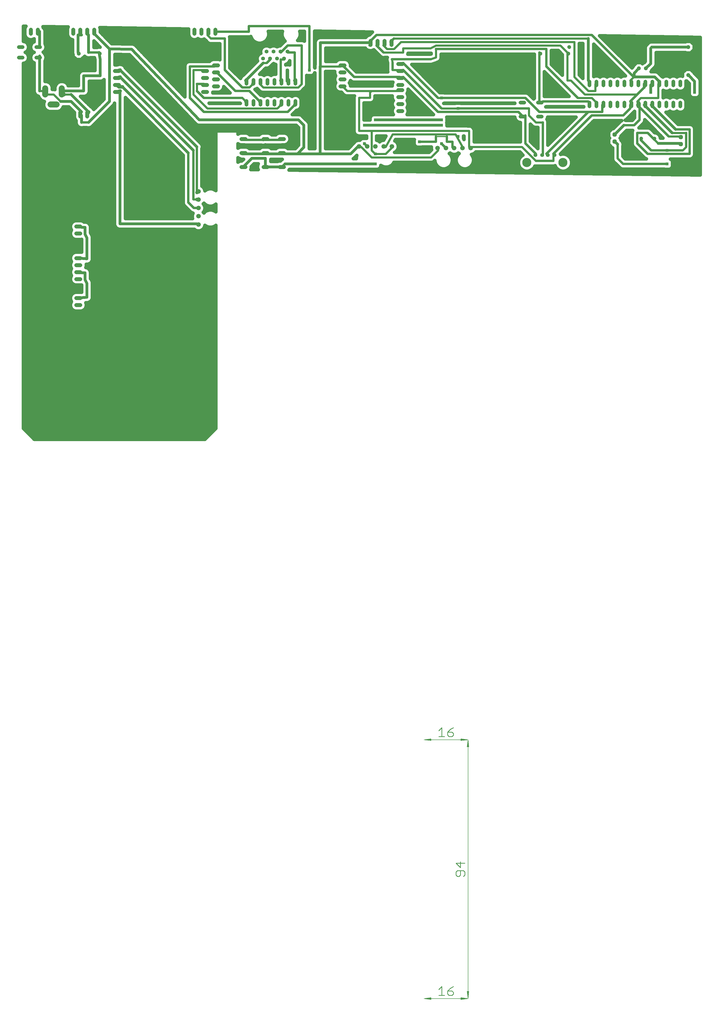
<source format=gbl>
G75*
G70*
%OFA0B0*%
%FSLAX24Y24*%
%IPPOS*%
%LPD*%
%AMOC8*
5,1,8,0,0,1.08239X$1,22.5*
%
%ADD10C,0.0051*%
%ADD11C,0.0110*%
%ADD12C,0.0520*%
%ADD13OC8,0.0520*%
%ADD14OC8,0.0630*%
%ADD15C,0.0520*%
%ADD16C,0.0554*%
%ADD17C,0.0560*%
%ADD18C,0.1306*%
%ADD19C,0.0860*%
%ADD20C,0.0660*%
%ADD21C,0.0320*%
%ADD22C,0.0300*%
%ADD23C,0.0400*%
%ADD24R,0.0396X0.0396*%
%ADD25C,0.0160*%
%ADD26C,0.0500*%
D10*
X059552Y-079615D02*
X060576Y-079717D01*
X060576Y-079741D02*
X059552Y-079615D01*
X060576Y-079513D01*
X060576Y-079489D02*
X060576Y-079741D01*
X060576Y-079666D02*
X059552Y-079615D01*
X060576Y-079564D01*
X060576Y-079489D02*
X059552Y-079615D01*
X065851Y-079615D01*
X065954Y-078591D01*
X065977Y-078591D02*
X065851Y-079615D01*
X065749Y-078591D01*
X065726Y-078591D02*
X065977Y-078591D01*
X065903Y-078591D02*
X065851Y-079615D01*
X065800Y-078591D01*
X065726Y-078591D02*
X065851Y-079615D01*
X065851Y-042607D01*
X064828Y-042709D01*
X064828Y-042733D02*
X065851Y-042607D01*
X064828Y-042505D01*
X064828Y-042481D02*
X064828Y-042733D01*
X064828Y-042658D02*
X065851Y-042607D01*
X064828Y-042556D01*
X064828Y-042481D02*
X065851Y-042607D01*
X059552Y-042607D01*
X060576Y-042709D01*
X060576Y-042733D02*
X059552Y-042607D01*
X060576Y-042505D01*
X060576Y-042481D02*
X060576Y-042733D01*
X060576Y-042658D02*
X059552Y-042607D01*
X060576Y-042556D01*
X060576Y-042481D02*
X059552Y-042607D01*
X059552Y-042607D01*
X059552Y-079615D02*
X059552Y-079615D01*
X064828Y-079666D02*
X065851Y-079615D01*
X065851Y-079615D01*
X064828Y-079717D01*
X064828Y-079741D02*
X065851Y-079615D01*
X064828Y-079513D01*
X064828Y-079489D02*
X064828Y-079741D01*
X064828Y-079564D02*
X065851Y-079615D01*
X064828Y-079489D01*
X065851Y-079615D02*
X065851Y-079615D01*
X065800Y-043631D02*
X065851Y-042607D01*
X065851Y-042607D01*
X065954Y-043631D01*
X065977Y-043631D02*
X065851Y-042607D01*
X065749Y-043631D01*
X065726Y-043631D02*
X065977Y-043631D01*
X065903Y-043631D02*
X065851Y-042607D01*
X065726Y-043631D01*
X065851Y-042607D02*
X065851Y-042607D01*
D11*
X064768Y-060038D02*
X064768Y-060884D01*
X064134Y-060249D01*
X065403Y-060249D01*
X065191Y-061306D02*
X064345Y-061306D01*
X064134Y-061518D01*
X064134Y-061941D01*
X064345Y-062152D01*
X064557Y-062152D01*
X064768Y-061941D01*
X064768Y-061306D01*
X065191Y-061306D02*
X065403Y-061518D01*
X065403Y-061941D01*
X065191Y-062152D01*
X063775Y-077897D02*
X063352Y-078109D01*
X062929Y-078532D01*
X063564Y-078532D01*
X063775Y-078743D01*
X063775Y-078955D01*
X063564Y-079166D01*
X063141Y-079166D01*
X062929Y-078955D01*
X062929Y-078532D01*
X062506Y-079166D02*
X061660Y-079166D01*
X062083Y-079166D02*
X062083Y-077897D01*
X061660Y-078320D01*
X061660Y-042158D02*
X062506Y-042158D01*
X062083Y-042158D02*
X062083Y-040889D01*
X061660Y-041312D01*
X062929Y-041524D02*
X063564Y-041524D01*
X063775Y-041735D01*
X063775Y-041947D01*
X063564Y-042158D01*
X063141Y-042158D01*
X062929Y-041947D01*
X062929Y-041524D01*
X063352Y-041101D01*
X063775Y-040889D01*
D12*
X073370Y046480D02*
X073890Y046480D01*
X075870Y046480D02*
X076390Y046480D01*
X076390Y048480D02*
X075870Y048480D01*
X073890Y048480D02*
X073370Y048480D01*
X083217Y048468D02*
X083217Y047948D01*
X084217Y047948D02*
X084217Y048468D01*
X085217Y048468D02*
X085217Y047948D01*
X086217Y047948D02*
X086217Y048468D01*
X087217Y048468D02*
X087217Y047948D01*
X088217Y047948D02*
X088217Y048468D01*
X089217Y048468D02*
X089217Y047948D01*
X090217Y047948D02*
X090217Y048468D01*
X091217Y048468D02*
X091217Y047948D01*
X092217Y047948D02*
X092217Y048468D01*
X093217Y048468D02*
X093217Y047948D01*
X094217Y047948D02*
X094217Y048468D01*
X095217Y048468D02*
X095217Y047948D01*
X096217Y047948D02*
X096217Y048468D01*
X096217Y050948D02*
X096217Y051468D01*
X095217Y051468D02*
X095217Y050948D01*
X094217Y050948D02*
X094217Y051468D01*
X093217Y051468D02*
X093217Y050948D01*
X092217Y050948D02*
X092217Y051468D01*
X091217Y051468D02*
X091217Y050948D01*
X090217Y050948D02*
X090217Y051468D01*
X089217Y051468D02*
X089217Y050948D01*
X088217Y050948D02*
X088217Y051468D01*
X087217Y051468D02*
X087217Y050948D01*
X086217Y050948D02*
X086217Y051468D01*
X085217Y051468D02*
X085217Y050948D01*
X084217Y050948D02*
X084217Y051468D01*
X083217Y051468D02*
X083217Y050948D01*
X041150Y051196D02*
X041150Y051716D01*
X040150Y051716D02*
X040150Y051196D01*
X039150Y051196D02*
X039150Y051716D01*
X038150Y051716D02*
X038150Y051196D01*
X037150Y051196D02*
X037150Y051716D01*
X036150Y051716D02*
X036150Y051196D01*
X035150Y051196D02*
X035150Y051716D01*
X034150Y051716D02*
X034150Y051196D01*
X034150Y048716D02*
X034150Y048196D01*
X035150Y048196D02*
X035150Y048716D01*
X036150Y048716D02*
X036150Y048196D01*
X037150Y048196D02*
X037150Y048716D01*
X038150Y048716D02*
X038150Y048196D01*
X039150Y048196D02*
X039150Y048716D01*
X040150Y048716D02*
X040150Y048196D01*
X041150Y048196D02*
X041150Y048716D01*
X004627Y054929D02*
X004107Y054929D01*
X004107Y056429D02*
X004627Y056429D01*
X002127Y056429D02*
X001607Y056429D01*
X001607Y054929D02*
X002127Y054929D01*
D13*
X010166Y055468D03*
X013166Y055468D03*
X076182Y055484D03*
X080182Y055484D03*
X090308Y053378D03*
X091308Y053378D03*
X097371Y052421D03*
X097371Y056421D03*
D14*
X086847Y043909D03*
X086847Y042909D03*
X096296Y042547D03*
X096296Y043547D03*
D15*
X092533Y043342D03*
X090633Y043342D03*
D16*
X078237Y040980D03*
X077252Y040980D03*
X076465Y040980D03*
X075481Y040980D03*
X040026Y055767D03*
X039026Y055767D03*
X038026Y055767D03*
X037026Y055767D03*
X036526Y054767D03*
X037526Y054767D03*
X038526Y054767D03*
X039526Y054767D03*
D17*
X047606Y053819D02*
X048166Y053819D01*
X048166Y052819D02*
X047606Y052819D01*
X047606Y051819D02*
X048166Y051819D01*
X048166Y050819D02*
X047606Y050819D01*
X055858Y051007D02*
X056418Y051007D01*
X056418Y050295D02*
X055858Y050295D01*
X055858Y049295D02*
X056418Y049295D01*
X056418Y048295D02*
X055858Y048295D01*
X055858Y047295D02*
X056418Y047295D01*
X056418Y052007D02*
X055858Y052007D01*
X055858Y053007D02*
X056418Y053007D01*
X056418Y054007D02*
X055858Y054007D01*
X054898Y056763D02*
X054898Y057323D01*
X053898Y057323D02*
X053898Y056763D01*
X052898Y056763D02*
X052898Y057323D01*
X051898Y057323D02*
X051898Y056763D01*
X039505Y043295D02*
X038945Y043295D01*
X037143Y043295D02*
X036583Y043295D01*
X033993Y043295D02*
X033433Y043295D01*
X033433Y041295D02*
X033993Y041295D01*
X036583Y041295D02*
X037143Y041295D01*
X038945Y041295D02*
X039505Y041295D01*
X039505Y039295D02*
X038945Y039295D01*
X037143Y039295D02*
X036583Y039295D01*
X033993Y039295D02*
X033433Y039295D01*
X028481Y050031D02*
X027921Y050031D01*
X029496Y050819D02*
X030056Y050819D01*
X030056Y051819D02*
X029496Y051819D01*
X029496Y052819D02*
X030056Y052819D01*
X030056Y053819D02*
X029496Y053819D01*
X028481Y053031D02*
X027921Y053031D01*
X027921Y052031D02*
X028481Y052031D01*
X028481Y051031D02*
X027921Y051031D01*
X027701Y058338D02*
X027701Y058898D01*
X026701Y058898D02*
X026701Y058338D01*
X028701Y058338D02*
X028701Y058898D01*
X029701Y058898D02*
X029701Y058338D01*
X015883Y053031D02*
X015323Y053031D01*
X015323Y052031D02*
X015883Y052031D01*
X015883Y051031D02*
X015323Y051031D01*
X015323Y050031D02*
X015883Y050031D01*
X011378Y047087D02*
X011378Y046527D01*
X010378Y046527D02*
X010378Y047087D01*
X010378Y058338D02*
X010378Y058898D01*
X009378Y058898D02*
X009378Y058338D01*
X011378Y058338D02*
X011378Y058898D01*
X012378Y058898D02*
X012378Y058338D01*
X004292Y058338D02*
X004292Y058898D01*
X003292Y058898D02*
X003292Y058338D01*
X009811Y030771D02*
X010371Y030771D01*
X010371Y029771D02*
X009811Y029771D01*
X009811Y026259D02*
X010371Y026259D01*
X010371Y025259D02*
X009811Y025259D01*
X009811Y024259D02*
X010371Y024259D01*
X010371Y023259D02*
X009811Y023259D01*
X009811Y020535D02*
X010371Y020535D01*
X010371Y019535D02*
X009811Y019535D01*
D18*
X074272Y039913D03*
X079445Y039913D03*
D19*
X007733Y049664D02*
X007733Y050524D01*
X005371Y050524D02*
X005371Y049664D01*
X006122Y048204D02*
X006982Y048204D01*
D20*
X027288Y035783D03*
X027288Y034602D03*
X027288Y033421D03*
X027288Y032240D03*
X027288Y031059D03*
X050249Y042208D03*
X051430Y042208D03*
X052611Y042208D03*
X053792Y042208D03*
X054973Y042208D03*
X061508Y041972D03*
X062690Y041972D03*
X063871Y041972D03*
X065052Y041972D03*
X066233Y041972D03*
D21*
X063871Y041972D02*
X063634Y042082D01*
X063634Y042870D01*
X062847Y042870D01*
X062847Y043657D01*
X062060Y042602D02*
X062690Y041972D01*
X061272Y042870D02*
X058910Y042870D01*
X061272Y042870D02*
X061272Y043657D01*
X061548Y047161D02*
X056548Y052161D01*
X056048Y052161D02*
X049548Y052161D01*
X048048Y053661D01*
X044737Y053661D02*
X044686Y053661D01*
X043162Y053106D02*
X043162Y059405D01*
X034501Y059405D01*
X034501Y058618D01*
X029701Y058618D01*
X029048Y057661D02*
X031048Y057661D01*
X031048Y053161D01*
X033548Y050661D01*
X034548Y050661D01*
X034548Y050161D02*
X032548Y050161D01*
X030048Y052661D01*
X029548Y053661D02*
X026048Y053661D01*
X026048Y049161D01*
X028048Y047161D01*
X040048Y047161D01*
X041048Y048161D01*
X042048Y051161D02*
X042048Y056661D01*
X040048Y056661D01*
X039048Y055661D01*
X040048Y055661D02*
X041048Y055661D01*
X041048Y051661D01*
X039048Y051661D02*
X039048Y054661D01*
X037548Y054661D02*
X037048Y054161D01*
X034548Y050161D02*
X036048Y048661D01*
X033548Y049161D02*
X028048Y049161D01*
X027048Y050161D01*
X027048Y051161D02*
X028048Y051161D01*
X034048Y043161D02*
X036548Y043161D01*
X036863Y043295D02*
X037048Y043161D01*
X039048Y043161D01*
X039650Y039720D02*
X039225Y039295D01*
X051036Y042602D02*
X051430Y042208D01*
X061548Y047161D02*
X073048Y047161D01*
X073548Y046661D01*
X074048Y046661D02*
X074048Y042661D01*
X075548Y041161D01*
X076548Y041161D02*
X076548Y045661D01*
X076048Y047161D02*
X083048Y047161D01*
X077048Y041161D01*
X078048Y041161D02*
X083548Y046661D01*
X088048Y046661D01*
X089048Y047661D01*
X089048Y048161D01*
X089048Y048661D02*
X090048Y049661D01*
X091048Y050661D01*
X089548Y052161D02*
X083548Y058161D01*
X052772Y058161D01*
X051772Y057161D01*
X051823Y057043D02*
X051772Y056661D01*
X052772Y056661D02*
X053772Y055661D01*
X053772Y056661D02*
X053898Y057043D01*
X054772Y057161D02*
X055272Y057661D01*
X054973Y054681D02*
X060485Y054681D01*
X061272Y056161D02*
X077048Y056161D01*
X077048Y053661D01*
X081548Y049161D01*
X083048Y048661D02*
X076548Y048661D01*
X076048Y048661D02*
X076048Y055661D01*
X074048Y049161D02*
X076048Y047161D01*
X074548Y047661D02*
X064422Y047661D01*
X062048Y047661D02*
X056548Y053161D01*
X056138Y053007D01*
X055048Y053161D02*
X055048Y054161D01*
X056548Y054161D02*
X061548Y049161D01*
X062060Y049161D02*
X074048Y049161D01*
X083048Y047161D02*
X085048Y047161D01*
X085048Y048161D01*
X088170Y045232D02*
X089619Y045232D01*
X090406Y046019D01*
X090406Y048381D01*
X090048Y048161D02*
X094548Y043661D01*
X095548Y044661D02*
X097548Y044661D01*
X097548Y041161D01*
X091548Y041161D01*
X090048Y042661D01*
X090048Y044161D01*
X091548Y044161D01*
X092548Y043161D01*
X092048Y041661D02*
X090548Y043161D01*
X092048Y041661D02*
X094343Y041661D01*
X096548Y041661D01*
X097048Y042161D02*
X097048Y044161D01*
X094343Y039720D02*
X088044Y039720D01*
X087256Y040507D01*
X087256Y042500D01*
X078048Y040161D02*
X075548Y040161D01*
X027048Y042161D02*
X027048Y035661D01*
X026548Y034661D02*
X026548Y041661D01*
X025839Y041295D02*
X025839Y034208D01*
X026627Y033421D01*
X027414Y033421D01*
X011548Y045661D02*
X010548Y045661D01*
X011548Y055661D02*
X013048Y055661D01*
D22*
X013166Y055468D01*
X010166Y055468D02*
X010048Y055661D01*
X010548Y058161D02*
X010378Y058618D01*
X011378Y058618D02*
X011548Y058161D01*
X012378Y058618D02*
X012548Y058161D01*
X004548Y058661D02*
X004292Y058618D01*
X004548Y056661D02*
X004367Y056429D01*
X004548Y055161D02*
X004367Y054929D01*
X004548Y050161D02*
X005048Y050161D01*
X005548Y049661D02*
X006548Y049661D01*
X007548Y048661D01*
X008048Y049661D02*
X009048Y049661D01*
X007733Y050094D02*
X007548Y050161D01*
X010548Y047161D02*
X010378Y046807D01*
X010548Y046661D01*
X026548Y049661D02*
X026548Y053161D01*
X028048Y053161D01*
X028201Y053031D01*
X029548Y053661D02*
X029776Y053819D01*
X029776Y052819D02*
X030048Y052661D01*
X028201Y051031D02*
X028048Y051161D01*
X027048Y051161D02*
X027048Y050161D01*
X026548Y049661D02*
X028548Y047661D01*
X038548Y047661D01*
X039048Y048161D01*
X041548Y050661D02*
X036548Y050661D01*
X036048Y051161D01*
X036150Y051456D01*
X035048Y051161D02*
X034548Y050661D01*
X033548Y049161D02*
X034048Y048661D01*
X041548Y050661D02*
X042048Y051161D01*
X044686Y053661D02*
X047548Y053661D01*
X047886Y053819D01*
X048048Y053661D01*
X047886Y050819D02*
X048048Y050661D01*
X048548Y050161D01*
X052048Y050161D01*
X051823Y049956D01*
X051823Y049169D01*
X050249Y049169D01*
X050249Y044448D01*
X052048Y044448D01*
X065335Y044448D01*
X065997Y044444D01*
X065997Y042161D01*
X066048Y042161D01*
X066233Y041972D01*
X066048Y042161D02*
X073548Y042161D01*
X075548Y040161D01*
X075481Y040980D02*
X075548Y041161D01*
X076465Y040980D02*
X076548Y041161D01*
X077048Y041161D02*
X077252Y040980D01*
X078048Y041161D02*
X078048Y040161D01*
X078237Y040980D02*
X078048Y041161D01*
X076548Y045661D02*
X075548Y045661D01*
X074548Y046661D01*
X074548Y047661D01*
X074048Y046661D02*
X073630Y046480D01*
X073548Y046661D01*
X076130Y048480D02*
X076048Y048661D01*
X076130Y048480D02*
X076548Y048661D01*
X080048Y051661D02*
X080548Y051661D01*
X082548Y049661D01*
X090048Y049661D01*
X090548Y049161D02*
X090048Y048661D01*
X090217Y048208D01*
X090048Y048161D01*
X089217Y048208D02*
X089048Y048661D01*
X089217Y048208D02*
X089048Y048161D01*
X090548Y049161D02*
X093048Y049161D01*
X093048Y051161D01*
X093217Y051208D01*
X093048Y051661D01*
X091217Y051208D02*
X091048Y051161D01*
X089548Y052161D02*
X089048Y051661D01*
X089217Y051208D01*
X091048Y048161D02*
X091217Y048208D01*
X092048Y048161D02*
X092217Y048208D01*
X095048Y044161D02*
X097048Y044161D01*
X096296Y043547D02*
X096048Y043661D01*
X094548Y043661D01*
X096048Y042661D02*
X096296Y042547D01*
X097048Y042161D02*
X096548Y041661D01*
X093048Y042661D02*
X092548Y043161D01*
X092533Y043342D01*
X090633Y043342D02*
X090548Y043161D01*
X085217Y048208D02*
X085048Y048161D01*
X084217Y048208D02*
X084048Y048661D01*
X083548Y049161D01*
X081548Y049161D01*
X083048Y048661D02*
X083217Y048208D01*
X083048Y050161D02*
X081048Y052161D01*
X081048Y057161D01*
X056272Y057161D01*
X055272Y056161D01*
X054272Y056161D01*
X053772Y056661D01*
X052898Y057043D02*
X052772Y056661D01*
X051898Y057043D02*
X051772Y057161D01*
X051898Y057043D02*
X051772Y056661D01*
X053772Y055661D02*
X056548Y055661D01*
X056548Y056256D01*
X060485Y056256D01*
X061272Y056661D01*
X079048Y056661D01*
X080048Y055661D01*
X080182Y055484D01*
X080048Y055661D02*
X080048Y051661D01*
X083048Y051661D02*
X083217Y051208D01*
X084048Y051161D02*
X084217Y051208D01*
X084048Y051161D02*
X084048Y050161D01*
X083048Y050161D01*
X076182Y055484D02*
X076048Y055661D01*
X083048Y057661D02*
X055272Y057661D01*
X054772Y057161D02*
X054898Y057043D01*
X054973Y054681D02*
X055048Y054161D01*
X056138Y054007D02*
X056548Y054161D01*
X056048Y053161D02*
X055048Y053161D01*
X056048Y053161D02*
X056138Y053007D01*
X056048Y052161D02*
X056138Y052007D01*
X056548Y052161D01*
X056138Y050295D02*
X056048Y050161D01*
X052048Y050161D01*
X060485Y054681D02*
X061272Y054948D01*
X061272Y056161D01*
X061548Y049161D02*
X062060Y049161D01*
X062048Y047661D02*
X064422Y047661D01*
X064048Y043948D02*
X065048Y042161D01*
X065052Y041972D01*
X064048Y043948D02*
X055048Y043948D01*
X054048Y042161D01*
X053792Y042208D01*
X054048Y041161D02*
X055048Y042161D01*
X054973Y042208D01*
X054048Y041161D02*
X052611Y041161D01*
X052548Y041161D01*
X052048Y041661D01*
X052048Y044448D01*
X050548Y042161D02*
X050249Y042208D01*
X050048Y042161D01*
X050548Y042161D02*
X052048Y040661D01*
X060548Y040661D01*
X061548Y041661D01*
X061508Y041972D01*
X039548Y041161D02*
X039225Y041295D01*
X039048Y041161D01*
X037048Y041161D02*
X036863Y041295D01*
X036548Y041161D01*
X034048Y041161D02*
X033713Y041295D01*
X033548Y041161D01*
X034048Y043161D02*
X033713Y043295D01*
X039048Y043161D02*
X039225Y043295D01*
X027048Y034661D02*
X026548Y034661D01*
X027048Y031161D02*
X027288Y031059D01*
X010548Y030661D02*
X010091Y030771D01*
X010091Y024259D02*
X010548Y024161D01*
X036548Y054161D02*
X037048Y054161D01*
X037548Y054661D02*
X037526Y054767D01*
X039048Y054661D02*
X039548Y054661D01*
X039526Y054767D01*
X039048Y055661D02*
X039026Y055767D01*
X040026Y055767D02*
X040048Y055661D01*
X029048Y057661D02*
X028548Y058161D01*
X028701Y058618D01*
D23*
X034048Y051661D02*
X036548Y054161D01*
X044686Y053661D02*
X044686Y041161D01*
X049048Y041161D01*
X050048Y042161D01*
X052611Y039720D02*
X039650Y039720D01*
X039225Y039295D02*
X036863Y039295D01*
X036863Y040507D01*
X034926Y040507D01*
X033713Y039295D01*
X033548Y041161D02*
X041453Y041161D01*
X042375Y042082D01*
X042375Y045232D01*
X041587Y046019D01*
X027414Y046019D01*
X017737Y056122D01*
X014548Y056161D01*
X014548Y048661D01*
X011548Y045661D01*
X010548Y045661D02*
X010548Y046661D01*
X010548Y047161D02*
X009048Y048661D01*
X007548Y048661D01*
X007548Y050161D02*
X010878Y050161D01*
X010878Y052319D01*
X013241Y052319D01*
X013241Y054681D01*
X013048Y055661D01*
X014548Y056161D02*
X012548Y058161D01*
X011548Y058161D02*
X011548Y055661D01*
X010048Y055661D02*
X010048Y058161D01*
X010548Y058161D01*
X004548Y058661D02*
X004548Y056661D01*
X004548Y055161D02*
X004548Y050161D01*
X005048Y050161D02*
X005371Y050094D01*
X005548Y049661D01*
X009048Y049661D02*
X011548Y047161D01*
X016048Y050161D02*
X016048Y031161D01*
X027048Y031161D01*
X034048Y041161D02*
X036548Y041161D01*
X037048Y041161D02*
X039048Y041161D01*
X039548Y041161D02*
X044686Y041161D01*
X051036Y045232D02*
X062060Y045232D01*
X062060Y046019D02*
X058910Y046019D01*
X052611Y046019D01*
X044737Y053661D02*
X044737Y057043D01*
X051823Y057043D01*
X036863Y043295D02*
X036548Y043161D01*
X027048Y042161D02*
X016048Y053161D01*
X016048Y052161D02*
X026548Y041661D01*
X025839Y041295D02*
X016390Y050744D01*
X011048Y030661D02*
X010548Y030661D01*
X011048Y030661D02*
X011048Y029661D01*
X011335Y029161D01*
X011335Y026161D01*
X010091Y026259D01*
X010548Y024161D02*
X011048Y024161D01*
X011048Y023161D01*
X011335Y022661D01*
X011335Y020661D01*
X010091Y020535D01*
X083048Y051661D02*
X083048Y057661D01*
X089619Y052689D02*
X090308Y053378D01*
X089619Y052689D02*
X089619Y052319D01*
X089548Y052161D02*
X092548Y052161D01*
X093048Y051661D01*
X092217Y051208D02*
X091981Y050972D01*
X091981Y049956D01*
X091048Y050661D02*
X091048Y051161D01*
X091308Y053378D02*
X091981Y054051D01*
X091981Y056256D01*
X092146Y056421D02*
X097371Y056421D01*
X097493Y052319D02*
X098280Y051531D01*
X098280Y049956D01*
X095548Y044661D02*
X092048Y048161D01*
X091048Y048161D02*
X095048Y044161D01*
X096048Y042661D02*
X093048Y042661D01*
X088170Y045232D02*
X086847Y043909D01*
X086847Y042909D02*
X087256Y042500D01*
D24*
X094343Y041661D03*
X094343Y039720D03*
X091981Y049956D03*
X098280Y049956D03*
X064422Y047661D03*
X062060Y049161D03*
X062060Y046019D03*
X062060Y045232D03*
X064422Y043657D03*
X062060Y042602D03*
X058910Y042870D03*
X058910Y046019D03*
X052611Y046019D03*
X051036Y045232D03*
X051036Y042602D03*
X052611Y041161D03*
X052611Y039720D03*
X043162Y053106D03*
X040012Y053106D03*
D25*
X040012Y051594D02*
X040150Y051456D01*
X061272Y043657D02*
X062847Y043657D01*
X064048Y043948D02*
X064339Y043657D01*
X064422Y043657D01*
X091981Y056256D02*
X092146Y056421D01*
D26*
X029244Y001393D02*
X002749Y001393D01*
X002251Y001891D02*
X029742Y001891D01*
X029776Y001925D02*
X028201Y000350D01*
X003792Y000350D01*
X002217Y001925D01*
X002217Y054099D01*
X002292Y054099D01*
X002597Y054225D01*
X002830Y054459D01*
X002957Y054764D01*
X002957Y055094D01*
X002830Y055399D01*
X002597Y055632D01*
X002485Y055679D01*
X002597Y055725D01*
X002830Y055959D01*
X002957Y056264D01*
X002957Y056594D01*
X002830Y056899D01*
X002597Y057132D01*
X002292Y057259D01*
X002217Y057259D01*
X002217Y059405D01*
X002591Y059399D01*
X002571Y059379D01*
X002442Y059067D01*
X002442Y058169D01*
X002571Y057856D01*
X002810Y057617D01*
X003123Y057488D01*
X003461Y057488D01*
X003773Y057617D01*
X003778Y057622D01*
X003778Y057191D01*
X003637Y057132D01*
X003403Y056899D01*
X003277Y056594D01*
X003277Y056264D01*
X003403Y055959D01*
X003637Y055725D01*
X003748Y055679D01*
X003637Y055632D01*
X003403Y055399D01*
X003277Y055094D01*
X003277Y054764D01*
X003403Y054459D01*
X003637Y054225D01*
X003778Y054167D01*
X003778Y050008D01*
X003895Y049725D01*
X004112Y049508D01*
X004395Y049391D01*
X004401Y049391D01*
X004523Y049098D01*
X004804Y048816D01*
X005172Y048664D01*
X005230Y048664D01*
X005122Y048403D01*
X005122Y048005D01*
X005274Y047638D01*
X005555Y047357D01*
X005923Y047204D01*
X007181Y047204D01*
X007548Y047357D01*
X007829Y047638D01*
X007934Y047891D01*
X008729Y047891D01*
X009528Y047091D01*
X009528Y046358D01*
X009658Y046045D01*
X009778Y045925D01*
X009778Y045508D01*
X009895Y045225D01*
X010112Y045008D01*
X010395Y044891D01*
X010701Y044891D01*
X010797Y044931D01*
X011298Y044931D01*
X011395Y044891D01*
X011701Y044891D01*
X011984Y045008D01*
X014984Y048008D01*
X015201Y048225D01*
X015278Y048411D01*
X015278Y031008D01*
X015395Y030725D01*
X015612Y030508D01*
X015895Y030391D01*
X026683Y030391D01*
X026778Y030296D01*
X027109Y030159D01*
X027467Y030159D01*
X027798Y030296D01*
X028051Y030549D01*
X028188Y030880D01*
X028188Y030952D01*
X028227Y030912D01*
X028510Y030749D01*
X028825Y030665D01*
X029152Y030665D01*
X029468Y030749D01*
X029750Y030912D01*
X029776Y030938D01*
X029776Y001925D01*
X029776Y002390D02*
X002217Y002390D01*
X002217Y002888D02*
X029776Y002888D01*
X029776Y003387D02*
X002217Y003387D01*
X002217Y003885D02*
X029776Y003885D01*
X029776Y004384D02*
X002217Y004384D01*
X002217Y004882D02*
X029776Y004882D01*
X029776Y005381D02*
X002217Y005381D01*
X002217Y005879D02*
X029776Y005879D01*
X029776Y006378D02*
X002217Y006378D01*
X002217Y006876D02*
X029776Y006876D01*
X029776Y007375D02*
X002217Y007375D01*
X002217Y007873D02*
X029776Y007873D01*
X029776Y008372D02*
X002217Y008372D01*
X002217Y008870D02*
X029776Y008870D01*
X029776Y009369D02*
X002217Y009369D01*
X002217Y009867D02*
X029776Y009867D01*
X029776Y010366D02*
X002217Y010366D01*
X002217Y010864D02*
X029776Y010864D01*
X029776Y011363D02*
X002217Y011363D01*
X002217Y011861D02*
X029776Y011861D01*
X029776Y012360D02*
X002217Y012360D01*
X002217Y012858D02*
X029776Y012858D01*
X029776Y013357D02*
X002217Y013357D01*
X002217Y013855D02*
X029776Y013855D01*
X029776Y014354D02*
X002217Y014354D01*
X002217Y014852D02*
X029776Y014852D01*
X029776Y015351D02*
X002217Y015351D01*
X002217Y015849D02*
X029776Y015849D01*
X029776Y016348D02*
X002217Y016348D01*
X002217Y016846D02*
X029776Y016846D01*
X029776Y017345D02*
X002217Y017345D01*
X002217Y017843D02*
X029776Y017843D01*
X029776Y018342D02*
X002217Y018342D01*
X002217Y018840D02*
X009304Y018840D01*
X009330Y018814D02*
X009642Y018685D01*
X010540Y018685D01*
X010853Y018814D01*
X011092Y019054D01*
X011221Y019366D01*
X011221Y019704D01*
X011153Y019869D01*
X011374Y019891D01*
X011488Y019891D01*
X011525Y019906D01*
X011565Y019910D01*
X011666Y019965D01*
X011771Y020008D01*
X011800Y020037D01*
X011835Y020056D01*
X011907Y020144D01*
X011988Y020225D01*
X012003Y020262D01*
X012029Y020293D01*
X012061Y020402D01*
X012105Y020508D01*
X012105Y020548D01*
X012117Y020586D01*
X012105Y020700D01*
X012105Y022559D01*
X012118Y022608D01*
X012105Y022711D01*
X012105Y022814D01*
X012086Y022861D01*
X012079Y022912D01*
X012028Y023002D01*
X011988Y023097D01*
X011952Y023133D01*
X011818Y023367D01*
X011818Y024314D01*
X011701Y024597D01*
X011484Y024814D01*
X011201Y024931D01*
X011155Y024931D01*
X011221Y025090D01*
X011221Y025391D01*
X011305Y025391D01*
X011427Y025381D01*
X011457Y025391D01*
X011488Y025391D01*
X011602Y025438D01*
X011718Y025476D01*
X011742Y025496D01*
X011771Y025508D01*
X011858Y025595D01*
X011952Y025675D01*
X011966Y025703D01*
X011988Y025725D01*
X012035Y025838D01*
X012091Y025948D01*
X012093Y025979D01*
X012105Y026008D01*
X012105Y026131D01*
X012115Y026253D01*
X012105Y026283D01*
X012105Y029059D01*
X012118Y029108D01*
X012105Y029211D01*
X012105Y029314D01*
X012086Y029361D01*
X012079Y029412D01*
X012028Y029502D01*
X011988Y029597D01*
X011952Y029633D01*
X011818Y029867D01*
X011818Y030814D01*
X011701Y031097D01*
X011484Y031314D01*
X011201Y031431D01*
X010913Y031431D01*
X010853Y031492D01*
X010540Y031621D01*
X009642Y031621D01*
X009330Y031492D01*
X009090Y031253D01*
X008961Y030940D01*
X008961Y030602D01*
X009090Y030290D01*
X009109Y030271D01*
X009090Y030253D01*
X008961Y029940D01*
X008961Y029602D01*
X009090Y029290D01*
X009330Y029051D01*
X009642Y028921D01*
X010540Y028921D01*
X010565Y028932D01*
X010565Y027099D01*
X010540Y027109D01*
X009642Y027109D01*
X009330Y026980D01*
X009090Y026741D01*
X008961Y026429D01*
X008961Y026090D01*
X009090Y025778D01*
X009109Y025759D01*
X009090Y025741D01*
X008961Y025429D01*
X008961Y025090D01*
X009090Y024778D01*
X009109Y024759D01*
X009090Y024741D01*
X008961Y024429D01*
X008961Y024090D01*
X009090Y023778D01*
X009109Y023759D01*
X009090Y023741D01*
X008961Y023429D01*
X008961Y023090D01*
X009090Y022778D01*
X009330Y022539D01*
X009642Y022409D01*
X010540Y022409D01*
X010565Y022420D01*
X010565Y021375D01*
X010540Y021385D01*
X009642Y021385D01*
X009330Y021256D01*
X009090Y021017D01*
X008961Y020704D01*
X008961Y020366D01*
X009090Y020054D01*
X009109Y020035D01*
X009090Y020017D01*
X008961Y019704D01*
X008961Y019366D01*
X009090Y019054D01*
X009330Y018814D01*
X008972Y019339D02*
X002217Y019339D01*
X002217Y019837D02*
X009016Y019837D01*
X008974Y020336D02*
X002217Y020336D01*
X002217Y020834D02*
X009015Y020834D01*
X009515Y021333D02*
X002217Y021333D01*
X002217Y021831D02*
X010565Y021831D01*
X010565Y022330D02*
X002217Y022330D01*
X002217Y022828D02*
X009070Y022828D01*
X008961Y023327D02*
X002217Y023327D01*
X002217Y023825D02*
X009071Y023825D01*
X008961Y024324D02*
X002217Y024324D01*
X002217Y024822D02*
X009072Y024822D01*
X008961Y025321D02*
X002217Y025321D01*
X002217Y025819D02*
X009073Y025819D01*
X008961Y026318D02*
X002217Y026318D01*
X002217Y026816D02*
X009166Y026816D01*
X010565Y027315D02*
X002217Y027315D01*
X002217Y027813D02*
X010565Y027813D01*
X010565Y028312D02*
X002217Y028312D01*
X002217Y028810D02*
X010565Y028810D01*
X009083Y029309D02*
X002217Y029309D01*
X002217Y029807D02*
X008961Y029807D01*
X009084Y030306D02*
X002217Y030306D01*
X002217Y030804D02*
X008961Y030804D01*
X009140Y031303D02*
X002217Y031303D01*
X002217Y031801D02*
X015278Y031801D01*
X015278Y031303D02*
X011495Y031303D01*
X011818Y030804D02*
X015362Y030804D01*
X016818Y031931D02*
X016818Y049227D01*
X025109Y040936D01*
X025109Y034063D01*
X025220Y033795D01*
X016818Y033795D01*
X016818Y033297D02*
X025718Y033297D01*
X026008Y033007D02*
X025220Y033795D01*
X025109Y034294D02*
X016818Y034294D01*
X016818Y034792D02*
X025109Y034792D01*
X025109Y035291D02*
X016818Y035291D01*
X016818Y035789D02*
X025109Y035789D01*
X025109Y036288D02*
X016818Y036288D01*
X016818Y036786D02*
X025109Y036786D01*
X025109Y037285D02*
X016818Y037285D01*
X016818Y037783D02*
X025109Y037783D01*
X025109Y038282D02*
X016818Y038282D01*
X016818Y038780D02*
X025109Y038780D01*
X025109Y039279D02*
X016818Y039279D01*
X016818Y039777D02*
X025109Y039777D01*
X025109Y040276D02*
X016818Y040276D01*
X016818Y040774D02*
X025109Y040774D01*
X024772Y041273D02*
X016818Y041273D01*
X016818Y041771D02*
X024274Y041771D01*
X023775Y042270D02*
X016818Y042270D01*
X016818Y042768D02*
X023277Y042768D01*
X022778Y043267D02*
X016818Y043267D01*
X016818Y043765D02*
X022280Y043765D01*
X021781Y044264D02*
X016818Y044264D01*
X016818Y044762D02*
X021283Y044762D01*
X020784Y045261D02*
X016818Y045261D01*
X016818Y045759D02*
X020286Y045759D01*
X019787Y046258D02*
X016818Y046258D01*
X016818Y046756D02*
X019289Y046756D01*
X018790Y047255D02*
X016818Y047255D01*
X016818Y047753D02*
X018292Y047753D01*
X017793Y048252D02*
X016818Y048252D01*
X016818Y048750D02*
X017295Y048750D01*
X016048Y050161D02*
X015603Y050031D01*
X015890Y050744D02*
X016390Y050744D01*
X015890Y050744D02*
X015603Y051031D01*
X015603Y052031D02*
X016048Y052161D01*
X017560Y052738D02*
X019912Y052738D01*
X020389Y052240D02*
X018058Y052240D01*
X018557Y051741D02*
X020867Y051741D01*
X021344Y051243D02*
X019055Y051243D01*
X019554Y050744D02*
X021822Y050744D01*
X022299Y050246D02*
X020052Y050246D01*
X020551Y049747D02*
X022777Y049747D01*
X023254Y049249D02*
X021049Y049249D01*
X021548Y048750D02*
X023732Y048750D01*
X024209Y048252D02*
X022046Y048252D01*
X022545Y047753D02*
X024687Y047753D01*
X025164Y047255D02*
X023043Y047255D01*
X023542Y046756D02*
X025642Y046756D01*
X026119Y046258D02*
X024040Y046258D01*
X024539Y045759D02*
X026597Y045759D01*
X026758Y045591D02*
X026761Y045583D01*
X026864Y045481D01*
X026964Y045376D01*
X026972Y045373D01*
X026978Y045367D01*
X027112Y045311D01*
X027244Y045253D01*
X027253Y045253D01*
X027261Y045249D01*
X027406Y045249D01*
X027550Y045246D01*
X027558Y045249D01*
X041268Y045249D01*
X041605Y044913D01*
X041605Y042401D01*
X041134Y041931D01*
X040071Y041931D01*
X039986Y042015D01*
X039674Y042145D01*
X038776Y042145D01*
X038463Y042015D01*
X038379Y041931D01*
X037709Y041931D01*
X037624Y042015D01*
X037312Y042145D01*
X036414Y042145D01*
X036101Y042015D01*
X036017Y041931D01*
X034559Y041931D01*
X034475Y042015D01*
X034162Y042145D01*
X033264Y042145D01*
X032952Y042015D01*
X032926Y041990D01*
X032926Y042600D01*
X032952Y042574D01*
X033264Y042445D01*
X033869Y042445D01*
X033903Y042431D01*
X036299Y042431D01*
X036402Y042390D01*
X036708Y042392D01*
X036831Y042445D01*
X036869Y042445D01*
X036903Y042431D01*
X036962Y042431D01*
X037020Y042417D01*
X037106Y042431D01*
X039070Y042431D01*
X039090Y042428D01*
X039101Y042431D01*
X039193Y042431D01*
X039226Y042445D01*
X039674Y042445D01*
X039986Y042574D01*
X040226Y042813D01*
X040355Y043126D01*
X040355Y043464D01*
X040226Y043776D01*
X039986Y044015D01*
X039674Y044145D01*
X038776Y044145D01*
X038463Y044015D01*
X038339Y043891D01*
X037749Y043891D01*
X037624Y044015D01*
X037312Y044145D01*
X036414Y044145D01*
X036101Y044015D01*
X035977Y043891D01*
X034599Y043891D01*
X034475Y044015D01*
X034162Y044145D01*
X033264Y044145D01*
X032952Y044015D01*
X032926Y043990D01*
X032926Y044444D01*
X029776Y044444D01*
X029776Y035904D01*
X029750Y035929D01*
X029468Y036093D01*
X029152Y036177D01*
X028825Y036177D01*
X028510Y036093D01*
X028227Y035929D01*
X028188Y035890D01*
X028188Y035962D01*
X028051Y036293D01*
X027798Y036546D01*
X027778Y036554D01*
X027778Y041911D01*
X027818Y042008D01*
X027818Y042314D01*
X027701Y042597D01*
X016805Y053493D01*
X016789Y053547D01*
X016585Y053802D01*
X016299Y053959D01*
X015974Y053994D01*
X015588Y053881D01*
X015318Y053881D01*
X015318Y055381D01*
X017404Y055356D01*
X026758Y045591D01*
X027226Y045261D02*
X025037Y045261D01*
X025536Y044762D02*
X041605Y044762D01*
X041605Y044264D02*
X032926Y044264D01*
X032926Y042270D02*
X041473Y042270D01*
X041605Y042768D02*
X040180Y042768D01*
X040355Y043267D02*
X041605Y043267D01*
X041605Y043765D02*
X040230Y043765D01*
X043145Y043765D02*
X043916Y043765D01*
X043916Y043267D02*
X043145Y043267D01*
X043145Y042768D02*
X043916Y042768D01*
X043916Y042270D02*
X043145Y042270D01*
X043145Y041931D02*
X043145Y045385D01*
X043027Y045668D01*
X042240Y046455D01*
X042023Y046672D01*
X041740Y046789D01*
X040708Y046789D01*
X041283Y047364D01*
X041288Y047366D01*
X041315Y047366D01*
X041620Y047493D01*
X041854Y047726D01*
X041980Y048031D01*
X041980Y048881D01*
X041854Y049186D01*
X041620Y049420D01*
X041315Y049546D01*
X040985Y049546D01*
X040680Y049420D01*
X040650Y049390D01*
X040620Y049420D01*
X040315Y049546D01*
X039985Y049546D01*
X039680Y049420D01*
X039650Y049390D01*
X039620Y049420D01*
X039315Y049546D01*
X038985Y049546D01*
X038680Y049420D01*
X038650Y049390D01*
X038620Y049420D01*
X038315Y049546D01*
X037985Y049546D01*
X037680Y049420D01*
X037650Y049390D01*
X037620Y049420D01*
X037315Y049546D01*
X036985Y049546D01*
X036680Y049420D01*
X036650Y049390D01*
X036620Y049420D01*
X036315Y049546D01*
X036195Y049546D01*
X035357Y050384D01*
X035620Y050493D01*
X035650Y050523D01*
X035680Y050493D01*
X035711Y050480D01*
X035937Y050253D01*
X036140Y050051D01*
X036405Y049941D01*
X041691Y049941D01*
X041956Y050051D01*
X042437Y050532D01*
X042461Y050542D01*
X042667Y050748D01*
X042778Y051016D01*
X042778Y052368D01*
X042850Y052338D01*
X043473Y052338D01*
X043683Y052425D01*
X043843Y052585D01*
X043916Y052759D01*
X043916Y041931D01*
X043145Y041931D01*
X045456Y041931D02*
X045456Y052941D01*
X046756Y052941D01*
X046756Y052649D01*
X046886Y052337D01*
X046904Y052319D01*
X046886Y052300D01*
X046756Y051988D01*
X046756Y051649D01*
X046886Y051337D01*
X046904Y051319D01*
X046886Y051300D01*
X046756Y050988D01*
X046756Y050649D01*
X046886Y050337D01*
X047125Y050098D01*
X047437Y049969D01*
X047722Y049969D01*
X047937Y049753D01*
X048140Y049551D01*
X048405Y049441D01*
X049582Y049441D01*
X049529Y049312D01*
X049529Y044305D01*
X049638Y044041D01*
X049841Y043838D01*
X050105Y043728D01*
X051328Y043728D01*
X051328Y043370D01*
X050724Y043370D01*
X050515Y043283D01*
X050355Y043123D01*
X050349Y043108D01*
X050070Y043108D01*
X049739Y042971D01*
X049486Y042718D01*
X049464Y042666D01*
X048729Y041931D01*
X045456Y041931D01*
X045456Y042270D02*
X049067Y042270D01*
X049536Y042768D02*
X045456Y042768D01*
X045456Y043267D02*
X050498Y043267D01*
X050017Y043765D02*
X045456Y043765D01*
X045456Y044264D02*
X049546Y044264D01*
X049529Y044762D02*
X045456Y044762D01*
X045456Y045261D02*
X049529Y045261D01*
X049529Y045759D02*
X045456Y045759D01*
X045456Y046258D02*
X049529Y046258D01*
X049529Y046756D02*
X045456Y046756D01*
X045456Y047255D02*
X049529Y047255D01*
X049529Y047753D02*
X045456Y047753D01*
X045456Y048252D02*
X049529Y048252D01*
X049529Y048750D02*
X045456Y048750D01*
X045456Y049249D02*
X049529Y049249D01*
X047943Y049747D02*
X045456Y049747D01*
X045456Y050246D02*
X046977Y050246D01*
X046756Y050744D02*
X045456Y050744D01*
X045456Y051243D02*
X046862Y051243D01*
X046756Y051741D02*
X045456Y051741D01*
X045456Y052240D02*
X046861Y052240D01*
X046756Y052738D02*
X045456Y052738D01*
X043916Y052738D02*
X043907Y052738D01*
X043916Y052240D02*
X042778Y052240D01*
X042778Y051741D02*
X043916Y051741D01*
X043916Y051243D02*
X042778Y051243D01*
X042663Y050744D02*
X043916Y050744D01*
X043916Y050246D02*
X042151Y050246D01*
X041792Y049249D02*
X043916Y049249D01*
X043916Y049747D02*
X035994Y049747D01*
X035945Y050246D02*
X035496Y050246D01*
X035048Y051161D02*
X035150Y051456D01*
X034150Y051456D02*
X034048Y051661D01*
X033283Y051959D02*
X031778Y053463D01*
X031778Y057806D01*
X031744Y057888D01*
X034646Y057888D01*
X034778Y057942D01*
X034824Y057769D01*
X034994Y057475D01*
X035234Y057235D01*
X035528Y057065D01*
X035856Y056977D01*
X036196Y056977D01*
X036524Y057065D01*
X036818Y057235D01*
X037058Y057475D01*
X037228Y057769D01*
X037316Y058097D01*
X037316Y058437D01*
X037252Y058675D01*
X039300Y058675D01*
X039236Y058437D01*
X039236Y058097D01*
X039324Y057769D01*
X039494Y057475D01*
X039673Y057296D01*
X039634Y057280D01*
X038969Y056614D01*
X038858Y056614D01*
X038546Y056486D01*
X038526Y056465D01*
X038506Y056486D01*
X038195Y056614D01*
X037858Y056614D01*
X037546Y056486D01*
X037526Y056465D01*
X037506Y056486D01*
X037195Y056614D01*
X036858Y056614D01*
X036546Y056486D01*
X036308Y056247D01*
X036179Y055936D01*
X036179Y055599D01*
X036200Y055549D01*
X036046Y055486D01*
X035808Y055247D01*
X035679Y054936D01*
X035679Y054599D01*
X035743Y054445D01*
X033744Y052447D01*
X033680Y052420D01*
X033628Y052368D01*
X033535Y052322D01*
X033321Y052075D01*
X033283Y051959D01*
X033464Y052240D02*
X033002Y052240D01*
X032503Y052738D02*
X034036Y052738D01*
X034534Y053237D02*
X032005Y053237D01*
X031778Y053735D02*
X035033Y053735D01*
X035531Y054234D02*
X031778Y054234D01*
X031778Y054732D02*
X035679Y054732D01*
X035801Y055231D02*
X031778Y055231D01*
X031778Y055729D02*
X036179Y055729D01*
X036300Y056228D02*
X031778Y056228D01*
X031778Y056726D02*
X039080Y056726D01*
X039579Y057225D02*
X036800Y057225D01*
X037201Y057723D02*
X039351Y057723D01*
X039236Y058222D02*
X037316Y058222D01*
X035252Y057225D02*
X031778Y057225D01*
X031778Y057723D02*
X034851Y057723D01*
X030318Y056931D02*
X030318Y054630D01*
X030225Y054669D01*
X029327Y054669D01*
X029015Y054539D01*
X028867Y054391D01*
X025903Y054391D01*
X025634Y054280D01*
X025429Y054075D01*
X025318Y053806D01*
X025318Y049321D01*
X018396Y056546D01*
X018395Y056550D01*
X018290Y056657D01*
X018187Y056765D01*
X018183Y056766D01*
X018181Y056769D01*
X018043Y056828D01*
X017906Y056888D01*
X017903Y056888D01*
X017899Y056890D01*
X017750Y056892D01*
X017600Y056895D01*
X017597Y056893D01*
X014871Y056927D01*
X013228Y058569D01*
X013228Y059067D01*
X013162Y059227D01*
X025851Y059021D01*
X025851Y058169D01*
X025981Y057856D01*
X026220Y057617D01*
X026532Y057488D01*
X026870Y057488D01*
X027183Y057617D01*
X027201Y057636D01*
X027220Y057617D01*
X027532Y057488D01*
X027870Y057488D01*
X028105Y057585D01*
X028419Y057272D01*
X028429Y057248D01*
X028634Y057042D01*
X028903Y056931D01*
X030318Y056931D01*
X030318Y056726D02*
X018224Y056726D01*
X018702Y056228D02*
X030318Y056228D01*
X030318Y055729D02*
X019179Y055729D01*
X019657Y055231D02*
X030318Y055231D01*
X030318Y054732D02*
X020134Y054732D01*
X020612Y054234D02*
X025588Y054234D01*
X025318Y053735D02*
X021089Y053735D01*
X021567Y053237D02*
X025318Y053237D01*
X025318Y052738D02*
X022044Y052738D01*
X022522Y052240D02*
X025318Y052240D01*
X025318Y051741D02*
X022999Y051741D01*
X023477Y051243D02*
X025318Y051243D01*
X025318Y050744D02*
X023954Y050744D01*
X024432Y050246D02*
X025318Y050246D01*
X025318Y049747D02*
X024909Y049747D01*
X028796Y048431D02*
X033246Y048431D01*
X033271Y048381D01*
X028846Y048381D01*
X028796Y048431D01*
X029331Y049891D02*
X029331Y049969D01*
X030225Y049969D01*
X030538Y050098D01*
X030777Y050337D01*
X030906Y050649D01*
X030906Y050770D01*
X031785Y049891D01*
X029331Y049891D01*
X030685Y050246D02*
X031431Y050246D01*
X030932Y050744D02*
X030906Y050744D01*
X034048Y048661D02*
X034150Y048456D01*
X036048Y048661D02*
X036150Y048456D01*
X039048Y048161D02*
X039150Y048456D01*
X041048Y048161D02*
X041150Y048456D01*
X041980Y048252D02*
X043916Y048252D01*
X043916Y048750D02*
X041980Y048750D01*
X041865Y047753D02*
X043916Y047753D01*
X043916Y047255D02*
X041174Y047255D01*
X041820Y046756D02*
X043916Y046756D01*
X043916Y046258D02*
X042438Y046258D01*
X042936Y045759D02*
X043916Y045759D01*
X043916Y045261D02*
X043145Y045261D01*
X043145Y044762D02*
X043916Y044762D01*
X043916Y044264D02*
X043145Y044264D01*
X049484Y040508D02*
X049701Y040725D01*
X049931Y040955D01*
X049854Y040671D01*
X049854Y040490D01*
X049440Y040490D01*
X049484Y040508D01*
X049750Y040774D02*
X049882Y040774D01*
X052764Y038950D02*
X052768Y038952D01*
X052922Y038952D01*
X053132Y039039D01*
X053292Y039199D01*
X053379Y039409D01*
X053379Y039507D01*
X053648Y039351D01*
X053963Y039267D01*
X054290Y039267D01*
X054605Y039351D01*
X054888Y039515D01*
X055119Y039746D01*
X055232Y039941D01*
X060691Y039941D01*
X060956Y040051D01*
X061114Y040209D01*
X061114Y040108D01*
X061199Y039792D01*
X061362Y039510D01*
X061593Y039279D01*
X054333Y039279D01*
X053920Y039279D02*
X053325Y039279D01*
X052764Y038950D02*
X040282Y038950D01*
X040239Y038846D01*
X099067Y038145D01*
X099067Y057830D01*
X084677Y058064D01*
X089291Y053450D01*
X089478Y053637D01*
X089478Y053721D01*
X089964Y054208D01*
X090651Y054208D01*
X090808Y054051D01*
X090964Y054208D01*
X091049Y054208D01*
X091211Y054370D01*
X091211Y056409D01*
X091328Y056692D01*
X091493Y056857D01*
X091493Y056857D01*
X091710Y057074D01*
X091993Y057191D01*
X096967Y057191D01*
X097027Y057251D01*
X097714Y057251D01*
X098201Y056765D01*
X098201Y056077D01*
X097714Y055591D01*
X097027Y055591D01*
X096967Y055651D01*
X092751Y055651D01*
X092751Y053898D01*
X092634Y053615D01*
X092138Y053119D01*
X092138Y053034D01*
X092035Y052931D01*
X092701Y052931D01*
X092984Y052814D01*
X093582Y052215D01*
X093687Y052172D01*
X093717Y052142D01*
X093747Y052172D01*
X094052Y052298D01*
X094382Y052298D01*
X094687Y052172D01*
X094717Y052142D01*
X094747Y052172D01*
X095052Y052298D01*
X095382Y052298D01*
X095687Y052172D01*
X095717Y052142D01*
X095747Y052172D01*
X096052Y052298D01*
X096382Y052298D01*
X096541Y052233D01*
X096541Y052765D01*
X097027Y053251D01*
X097714Y053251D01*
X098201Y052765D01*
X098201Y052699D01*
X098933Y051967D01*
X099050Y051684D01*
X099050Y049803D01*
X099048Y049799D01*
X099048Y049645D01*
X098961Y049435D01*
X098801Y049275D01*
X098592Y049188D01*
X098438Y049188D01*
X098433Y049186D01*
X098127Y049186D01*
X098122Y049188D01*
X097969Y049188D01*
X097759Y049275D01*
X097599Y049435D01*
X097512Y049645D01*
X097512Y049799D01*
X097510Y049803D01*
X097510Y051212D01*
X097131Y051591D01*
X097047Y051591D01*
X097047Y050783D01*
X096921Y050478D01*
X096687Y050245D01*
X096382Y050118D01*
X096052Y050118D01*
X095747Y050245D01*
X095717Y050274D01*
X095687Y050245D01*
X095382Y050118D01*
X095052Y050118D01*
X094747Y050245D01*
X094717Y050274D01*
X094687Y050245D01*
X094382Y050118D01*
X094052Y050118D01*
X093768Y050236D01*
X093768Y049181D01*
X094052Y049298D01*
X094382Y049298D01*
X094687Y049172D01*
X094717Y049142D01*
X094747Y049172D01*
X095052Y049298D01*
X095382Y049298D01*
X095687Y049172D01*
X095717Y049142D01*
X095747Y049172D01*
X096052Y049298D01*
X096382Y049298D01*
X096687Y049172D01*
X096921Y048938D01*
X097047Y048633D01*
X097047Y047783D01*
X096921Y047478D01*
X096687Y047245D01*
X096382Y047118D01*
X096052Y047118D01*
X095747Y047245D01*
X095717Y047274D01*
X095687Y047245D01*
X095382Y047118D01*
X095052Y047118D01*
X094747Y047245D01*
X094717Y047274D01*
X094687Y047245D01*
X094382Y047118D01*
X094179Y047118D01*
X095907Y045391D01*
X097693Y045391D01*
X097961Y045280D01*
X098167Y045075D01*
X098278Y044806D01*
X098278Y041016D01*
X098167Y040748D01*
X097961Y040542D01*
X097693Y040431D01*
X094793Y040431D01*
X094864Y040401D01*
X095024Y040241D01*
X095111Y040032D01*
X095111Y039409D01*
X095024Y039199D01*
X094864Y039039D01*
X094655Y038952D01*
X094032Y038952D01*
X093940Y038990D01*
X087899Y038990D01*
X087630Y039101D01*
X087425Y039307D01*
X086638Y040094D01*
X086526Y040362D01*
X086526Y042024D01*
X086480Y042024D01*
X085962Y042542D01*
X085962Y043276D01*
X086095Y043409D01*
X085962Y043542D01*
X085962Y044276D01*
X086480Y044794D01*
X086643Y044794D01*
X087734Y045885D01*
X087846Y045931D01*
X083850Y045931D01*
X079079Y041160D01*
X079084Y041148D01*
X079084Y041082D01*
X079284Y041136D01*
X079606Y041136D01*
X079917Y041052D01*
X080196Y040891D01*
X080424Y040664D01*
X080585Y040385D01*
X080668Y040074D01*
X080668Y039752D01*
X080585Y039441D01*
X080424Y039162D01*
X080196Y038935D01*
X079917Y038774D01*
X079606Y038690D01*
X079284Y038690D01*
X078973Y038774D01*
X078695Y038935D01*
X078467Y039162D01*
X078306Y039441D01*
X078297Y039474D01*
X078193Y039431D01*
X075406Y039431D01*
X075251Y039162D01*
X075023Y038935D01*
X074744Y038774D01*
X074433Y038690D01*
X074111Y038690D01*
X073800Y038774D01*
X073521Y038935D01*
X073294Y039162D01*
X073133Y039441D01*
X073049Y039752D01*
X073049Y040074D01*
X073133Y040385D01*
X073294Y040664D01*
X073521Y040891D01*
X073697Y040993D01*
X073250Y041441D01*
X066975Y041441D01*
X066743Y041209D01*
X066412Y041072D01*
X066340Y041072D01*
X066379Y041033D01*
X066542Y040750D01*
X066627Y040435D01*
X066627Y040108D01*
X066542Y039792D01*
X066379Y039510D01*
X066148Y039279D01*
X073227Y039279D01*
X073049Y039777D02*
X066534Y039777D01*
X066627Y040276D02*
X073103Y040276D01*
X073404Y040774D02*
X066529Y040774D01*
X066806Y041273D02*
X073418Y041273D01*
X073318Y042881D02*
X066717Y042881D01*
X066717Y044442D01*
X066717Y044583D01*
X066717Y044585D01*
X066717Y044588D01*
X066663Y044718D01*
X066609Y044849D01*
X066608Y044850D01*
X066607Y044852D01*
X066507Y044952D01*
X066408Y045052D01*
X066406Y045053D01*
X066404Y045055D01*
X066274Y045109D01*
X066144Y045164D01*
X066142Y045164D01*
X066140Y045164D01*
X065999Y045164D01*
X065480Y045168D01*
X065478Y045168D01*
X065337Y045168D01*
X065196Y045169D01*
X065194Y045168D01*
X062830Y045168D01*
X062830Y045385D01*
X062828Y045390D01*
X062828Y045543D01*
X062794Y045626D01*
X062828Y045708D01*
X062828Y045862D01*
X062830Y045866D01*
X062830Y046172D01*
X062828Y046177D01*
X062828Y046331D01*
X062786Y046431D01*
X072540Y046431D01*
X072540Y046315D01*
X072667Y046010D01*
X072900Y045776D01*
X073205Y045650D01*
X073318Y045650D01*
X073318Y042881D01*
X073318Y043267D02*
X066717Y043267D01*
X066717Y043765D02*
X073318Y043765D01*
X073318Y044264D02*
X066717Y044264D01*
X066645Y044762D02*
X073318Y044762D01*
X073318Y045261D02*
X062830Y045261D01*
X062828Y045759D02*
X072942Y045759D01*
X072564Y046258D02*
X062828Y046258D01*
X060887Y046789D02*
X058757Y046789D01*
X057115Y046789D01*
X057139Y046813D01*
X057268Y047126D01*
X057268Y047464D01*
X057139Y047776D01*
X057120Y047795D01*
X057139Y047813D01*
X057268Y048126D01*
X057268Y048464D01*
X057139Y048776D01*
X057120Y048795D01*
X057139Y048813D01*
X057268Y049126D01*
X057268Y049464D01*
X057139Y049776D01*
X057120Y049795D01*
X057139Y049813D01*
X057268Y050126D01*
X057268Y050408D01*
X060887Y046789D01*
X060422Y047255D02*
X057268Y047255D01*
X057149Y047753D02*
X059923Y047753D01*
X059425Y048252D02*
X057268Y048252D01*
X057150Y048750D02*
X058926Y048750D01*
X058428Y049249D02*
X057268Y049249D01*
X057151Y049747D02*
X057929Y049747D01*
X057431Y050246D02*
X057268Y050246D01*
X055008Y050881D02*
X055008Y051177D01*
X055114Y051431D01*
X049403Y051431D01*
X049134Y051542D01*
X049016Y051660D01*
X049016Y051649D01*
X048887Y051337D01*
X048868Y051319D01*
X048887Y051300D01*
X049016Y050988D01*
X049016Y050881D01*
X051922Y050881D01*
X051938Y050887D01*
X052064Y050881D01*
X055008Y050881D01*
X055036Y051243D02*
X048911Y051243D01*
X049850Y052891D02*
X054369Y052891D01*
X054318Y053016D01*
X054318Y054179D01*
X054279Y054449D01*
X054243Y054536D01*
X054243Y054699D01*
X054240Y054720D01*
X054243Y054732D01*
X045507Y054732D01*
X045507Y054381D02*
X045507Y056273D01*
X051150Y056273D01*
X051184Y056229D01*
X051194Y056209D01*
X051209Y056196D01*
X051280Y056103D01*
X051394Y056037D01*
X051411Y056022D01*
X051429Y056016D01*
X051531Y055957D01*
X051662Y055939D01*
X051680Y055933D01*
X051729Y055913D01*
X052067Y055913D01*
X052365Y056036D01*
X053359Y055042D01*
X053627Y054931D01*
X053917Y054931D01*
X053942Y054941D01*
X054291Y054941D01*
X054243Y054826D01*
X054243Y054732D01*
X054310Y054234D02*
X048914Y054234D01*
X048887Y054300D02*
X048648Y054539D01*
X048335Y054669D01*
X047437Y054669D01*
X047125Y054539D01*
X046967Y054381D01*
X045507Y054381D01*
X045507Y055231D02*
X053170Y055231D01*
X052672Y055729D02*
X045507Y055729D01*
X045507Y056228D02*
X051184Y056228D01*
X051186Y057813D02*
X044584Y057813D01*
X044301Y057696D01*
X044084Y057479D01*
X043967Y057196D01*
X043967Y053938D01*
X043916Y053814D01*
X043916Y053452D01*
X043892Y053509D01*
X043892Y058727D01*
X052172Y058593D01*
X051752Y058173D01*
X051729Y058173D01*
X051417Y058044D01*
X051186Y057813D01*
X051800Y058222D02*
X043892Y058222D01*
X043892Y058720D02*
X044346Y058720D01*
X044367Y057723D02*
X043892Y057723D01*
X043892Y057225D02*
X043979Y057225D01*
X043967Y056726D02*
X043892Y056726D01*
X043892Y056228D02*
X043967Y056228D01*
X043967Y055729D02*
X043892Y055729D01*
X043892Y055231D02*
X043967Y055231D01*
X043967Y054732D02*
X043892Y054732D01*
X043892Y054234D02*
X043967Y054234D01*
X043916Y053735D02*
X043892Y053735D01*
X041048Y051661D02*
X041150Y051456D01*
X040012Y051594D02*
X040012Y053106D01*
X040301Y053874D02*
X040175Y053926D01*
X039849Y053926D01*
X039778Y053896D01*
X039778Y053955D01*
X040006Y054049D01*
X040244Y054287D01*
X040318Y054465D01*
X040318Y053874D01*
X040301Y053874D01*
X040318Y054234D02*
X040190Y054234D01*
X038318Y053937D02*
X038318Y052545D01*
X038315Y052546D01*
X037985Y052546D01*
X037680Y052420D01*
X037650Y052390D01*
X037620Y052420D01*
X037315Y052546D01*
X036985Y052546D01*
X036680Y052420D01*
X036650Y052390D01*
X036620Y052420D01*
X036315Y052546D01*
X036022Y052546D01*
X036907Y053431D01*
X037193Y053431D01*
X037461Y053542D01*
X037942Y054022D01*
X038006Y054049D01*
X038026Y054069D01*
X038046Y054049D01*
X038318Y053937D01*
X038318Y053735D02*
X037654Y053735D01*
X038318Y053237D02*
X036712Y053237D01*
X036214Y052738D02*
X038318Y052738D01*
X039048Y051661D02*
X039150Y051456D01*
X041474Y057391D02*
X041558Y057475D01*
X041728Y057769D01*
X041816Y058097D01*
X041816Y058437D01*
X041752Y058675D01*
X042432Y058675D01*
X042432Y057292D01*
X042193Y057391D01*
X041474Y057391D01*
X041701Y057723D02*
X042432Y057723D01*
X042432Y058222D02*
X041816Y058222D01*
X048887Y054300D02*
X049016Y053988D01*
X049016Y053725D01*
X049850Y052891D01*
X049505Y053237D02*
X054318Y053237D01*
X054318Y053735D02*
X049016Y053735D01*
X052543Y049441D02*
X055008Y049441D01*
X055008Y049126D01*
X055138Y048813D01*
X055156Y048795D01*
X055138Y048776D01*
X055008Y048464D01*
X055008Y048126D01*
X055138Y047813D01*
X055156Y047795D01*
X055138Y047776D01*
X055008Y047464D01*
X055008Y047126D01*
X055138Y046813D01*
X055162Y046789D01*
X052458Y046789D01*
X052453Y046787D01*
X052299Y046787D01*
X052090Y046701D01*
X051929Y046540D01*
X051843Y046331D01*
X051843Y046177D01*
X051841Y046172D01*
X051841Y046002D01*
X050969Y046002D01*
X050969Y048449D01*
X051967Y048449D01*
X052231Y048559D01*
X052434Y048761D01*
X052543Y049026D01*
X052543Y049441D01*
X052543Y049249D02*
X055008Y049249D01*
X055127Y048750D02*
X052423Y048750D01*
X050969Y048252D02*
X055008Y048252D01*
X055128Y047753D02*
X050969Y047753D01*
X050969Y047255D02*
X055008Y047255D01*
X052224Y046756D02*
X050969Y046756D01*
X050969Y046258D02*
X051843Y046258D01*
X052768Y043728D02*
X054100Y043728D01*
X053753Y043108D01*
X053613Y043108D01*
X053282Y042971D01*
X053201Y042891D01*
X053121Y042971D01*
X052790Y043108D01*
X052768Y043108D01*
X052768Y043728D01*
X052768Y043267D02*
X053841Y043267D01*
X055356Y043024D02*
X055470Y043228D01*
X058161Y043228D01*
X058142Y043181D01*
X058142Y042558D01*
X058229Y042349D01*
X058389Y042188D01*
X058598Y042102D01*
X059221Y042102D01*
X059313Y042140D01*
X060608Y042140D01*
X060608Y041793D01*
X060624Y041755D01*
X060250Y041381D01*
X055328Y041381D01*
X055483Y041445D01*
X055736Y041698D01*
X055873Y042029D01*
X055873Y042387D01*
X055736Y042718D01*
X055483Y042971D01*
X055356Y043024D01*
X055686Y042768D02*
X058142Y042768D01*
X058308Y042270D02*
X055873Y042270D01*
X055766Y041771D02*
X060617Y041771D01*
X061208Y039777D02*
X055137Y039777D01*
X061593Y039279D02*
X061876Y039115D01*
X062192Y039031D01*
X062518Y039031D01*
X062834Y039115D01*
X063117Y039279D01*
X064625Y039279D01*
X064908Y039115D01*
X065223Y039031D01*
X065550Y039031D01*
X065865Y039115D01*
X066148Y039279D01*
X064625Y039279D02*
X064394Y039510D01*
X064230Y039792D01*
X064146Y040108D01*
X064146Y040435D01*
X064230Y040750D01*
X064394Y041033D01*
X064562Y041201D01*
X064542Y041209D01*
X064461Y041290D01*
X064380Y041209D01*
X064050Y041072D01*
X063692Y041072D01*
X063361Y041209D01*
X063280Y041290D01*
X063199Y041209D01*
X063180Y041201D01*
X063348Y041033D01*
X063511Y040750D01*
X063595Y040435D01*
X063595Y040108D01*
X063511Y039792D01*
X063348Y039510D01*
X063117Y039279D01*
X063502Y039777D02*
X064239Y039777D01*
X064146Y040276D02*
X063595Y040276D01*
X063497Y040774D02*
X064244Y040774D01*
X064444Y041273D02*
X064478Y041273D01*
X063297Y041273D02*
X063263Y041273D01*
X065277Y043227D02*
X065190Y043382D01*
X065190Y043728D01*
X065277Y043728D01*
X065277Y043227D01*
X065277Y043267D02*
X065254Y043267D01*
X064825Y048391D02*
X064733Y048429D01*
X064110Y048429D01*
X063994Y048381D01*
X062360Y048381D01*
X062348Y048393D01*
X062371Y048393D01*
X062463Y048431D01*
X072540Y048431D01*
X072540Y048391D01*
X064825Y048391D01*
X062463Y049891D02*
X062371Y049929D01*
X061812Y049929D01*
X057790Y053951D01*
X060630Y053951D01*
X060885Y054056D01*
X061391Y054228D01*
X061415Y054228D01*
X061526Y054274D01*
X061640Y054313D01*
X061658Y054329D01*
X061680Y054338D01*
X061765Y054423D01*
X061855Y054502D01*
X061865Y054523D01*
X061883Y054541D01*
X061928Y054651D01*
X061981Y054759D01*
X061983Y054783D01*
X061992Y054805D01*
X061992Y054925D01*
X062000Y055045D01*
X061992Y055067D01*
X061992Y055431D01*
X075318Y055431D01*
X075318Y049101D01*
X075229Y049012D01*
X074461Y049780D01*
X074193Y049891D01*
X062463Y049891D01*
X061496Y050246D02*
X075318Y050246D01*
X075318Y050744D02*
X060997Y050744D01*
X060499Y051243D02*
X075318Y051243D01*
X075318Y051741D02*
X060000Y051741D01*
X059502Y052240D02*
X075318Y052240D01*
X075318Y052738D02*
X059003Y052738D01*
X058505Y053237D02*
X075318Y053237D01*
X075318Y053735D02*
X058006Y053735D01*
X057223Y055411D02*
X057268Y055518D01*
X057268Y055536D01*
X060372Y055536D01*
X060402Y055526D01*
X060515Y055536D01*
X060552Y055536D01*
X060552Y055464D01*
X060395Y055411D01*
X057223Y055411D01*
X061428Y054234D02*
X075318Y054234D01*
X075318Y054732D02*
X061968Y054732D01*
X061992Y055231D02*
X075318Y055231D01*
X077778Y055231D02*
X079328Y055231D01*
X079328Y055363D02*
X079328Y052413D01*
X077778Y053963D01*
X077778Y055941D01*
X078750Y055941D01*
X079328Y055363D01*
X078961Y055729D02*
X077778Y055729D01*
X077778Y054732D02*
X079328Y054732D01*
X079328Y054234D02*
X077778Y054234D01*
X078006Y053735D02*
X079328Y053735D01*
X079328Y053237D02*
X078505Y053237D01*
X079003Y052738D02*
X079328Y052738D01*
X077935Y051741D02*
X076778Y051741D01*
X076778Y051243D02*
X078434Y051243D01*
X078932Y050744D02*
X076778Y050744D01*
X076778Y050246D02*
X079431Y050246D01*
X079929Y049747D02*
X076778Y049747D01*
X076778Y049391D02*
X080285Y049391D01*
X076778Y052899D01*
X076778Y049391D01*
X075318Y049249D02*
X074993Y049249D01*
X075318Y049747D02*
X074494Y049747D01*
X076975Y047891D02*
X077015Y047931D01*
X082387Y047931D01*
X082387Y047891D01*
X076975Y047891D01*
X077220Y046431D02*
X081285Y046431D01*
X077278Y042423D01*
X077278Y045806D01*
X077167Y046075D01*
X077134Y046107D01*
X077220Y046315D01*
X077220Y046431D01*
X077197Y046258D02*
X081112Y046258D01*
X080613Y045759D02*
X077278Y045759D01*
X077278Y045261D02*
X080115Y045261D01*
X079616Y044762D02*
X077278Y044762D01*
X077278Y044264D02*
X079118Y044264D01*
X078619Y043765D02*
X077278Y043765D01*
X077278Y043267D02*
X078121Y043267D01*
X077622Y042768D02*
X077278Y042768D01*
X075818Y042768D02*
X074973Y042768D01*
X074778Y042963D02*
X074778Y045413D01*
X075140Y045051D01*
X075405Y044941D01*
X075818Y044941D01*
X075818Y041923D01*
X074778Y042963D01*
X074778Y043267D02*
X075818Y043267D01*
X075818Y043765D02*
X074778Y043765D01*
X074778Y044264D02*
X075818Y044264D01*
X075818Y044762D02*
X074778Y044762D01*
X074778Y045261D02*
X074930Y045261D01*
X075472Y042270D02*
X075818Y042270D01*
X079192Y041273D02*
X086526Y041273D01*
X086526Y041771D02*
X079690Y041771D01*
X080189Y042270D02*
X086235Y042270D01*
X085962Y042768D02*
X080687Y042768D01*
X081186Y043267D02*
X085962Y043267D01*
X085962Y043765D02*
X081684Y043765D01*
X082183Y044264D02*
X085962Y044264D01*
X086448Y044762D02*
X082681Y044762D01*
X083180Y045261D02*
X087110Y045261D01*
X087608Y045759D02*
X083678Y045759D01*
X087732Y043705D02*
X087732Y043542D01*
X087599Y043409D01*
X087732Y043276D01*
X087732Y043113D01*
X087909Y042936D01*
X088026Y042653D01*
X088026Y042346D01*
X087986Y042250D01*
X087986Y040810D01*
X088346Y040450D01*
X091357Y040450D01*
X091134Y040542D01*
X089634Y042042D01*
X089429Y042248D01*
X089318Y042516D01*
X089318Y044306D01*
X089399Y044502D01*
X088529Y044502D01*
X087732Y043705D01*
X087792Y043765D02*
X089318Y043765D01*
X089318Y043267D02*
X087732Y043267D01*
X087979Y042768D02*
X089318Y042768D01*
X089420Y042270D02*
X087995Y042270D01*
X087986Y041771D02*
X089905Y041771D01*
X090404Y041273D02*
X087986Y041273D01*
X088022Y040774D02*
X090902Y040774D01*
X093363Y043431D02*
X093363Y043507D01*
X093237Y043812D01*
X093003Y044046D01*
X092698Y044172D01*
X092569Y044172D01*
X091961Y044780D01*
X091693Y044891D01*
X090310Y044891D01*
X090820Y045400D01*
X091025Y045606D01*
X091136Y045874D01*
X091136Y046040D01*
X093745Y043431D01*
X093363Y043431D01*
X093411Y043765D02*
X093256Y043765D01*
X092913Y044264D02*
X092478Y044264D01*
X092414Y044762D02*
X091979Y044762D01*
X091916Y045261D02*
X090680Y045261D01*
X091088Y045759D02*
X091417Y045759D01*
X089676Y046322D02*
X089316Y045962D01*
X088420Y045962D01*
X088344Y045993D01*
X088461Y046042D01*
X089461Y047042D01*
X089647Y047228D01*
X089676Y047240D01*
X089676Y046322D01*
X089612Y046258D02*
X088677Y046258D01*
X089175Y046756D02*
X089676Y046756D01*
X089318Y044264D02*
X088290Y044264D01*
X086526Y040774D02*
X080314Y040774D01*
X080614Y040276D02*
X086562Y040276D01*
X086954Y039777D02*
X080668Y039777D01*
X080491Y039279D02*
X087453Y039279D01*
X087617Y038282D02*
X099067Y038282D01*
X099067Y038780D02*
X079929Y038780D01*
X078962Y038780D02*
X074755Y038780D01*
X075318Y039279D02*
X078400Y039279D01*
X073789Y038780D02*
X045743Y038780D01*
X039258Y040391D02*
X039214Y040373D01*
X038997Y040156D01*
X038993Y040145D01*
X038776Y040145D01*
X038583Y040065D01*
X037633Y040065D01*
X037633Y040391D01*
X039258Y040391D01*
X039117Y040276D02*
X037633Y040276D01*
X035846Y039737D02*
X035733Y039464D01*
X035733Y039126D01*
X035827Y038898D01*
X034754Y038911D01*
X034843Y039126D01*
X034843Y039336D01*
X035245Y039737D01*
X035846Y039737D01*
X035733Y039279D02*
X034843Y039279D01*
X033720Y040391D02*
X033474Y040145D01*
X033264Y040145D01*
X032952Y040015D01*
X032926Y039990D01*
X032926Y040600D01*
X032952Y040574D01*
X033264Y040445D01*
X033265Y040445D01*
X033395Y040391D01*
X033720Y040391D01*
X033605Y040276D02*
X032926Y040276D01*
X029776Y040276D02*
X027778Y040276D01*
X027778Y040774D02*
X029776Y040774D01*
X029776Y041273D02*
X027778Y041273D01*
X027778Y041771D02*
X029776Y041771D01*
X029776Y042270D02*
X027818Y042270D01*
X027530Y042768D02*
X029776Y042768D01*
X029776Y043267D02*
X027031Y043267D01*
X026533Y043765D02*
X029776Y043765D01*
X029776Y044264D02*
X026034Y044264D01*
X027778Y039777D02*
X029776Y039777D01*
X029776Y039279D02*
X027778Y039279D01*
X027778Y038780D02*
X029776Y038780D01*
X029776Y038282D02*
X027778Y038282D01*
X027778Y037783D02*
X029776Y037783D01*
X029776Y037285D02*
X027778Y037285D01*
X027778Y036786D02*
X029776Y036786D01*
X029776Y036288D02*
X028053Y036288D01*
X027288Y035783D02*
X027048Y035661D01*
X027048Y034661D02*
X027288Y034602D01*
X027970Y034011D02*
X028051Y034092D01*
X028059Y034112D01*
X028227Y033944D01*
X028510Y033781D01*
X028825Y033696D01*
X029152Y033696D01*
X029468Y033781D01*
X029750Y033944D01*
X029776Y033970D01*
X029776Y032872D01*
X029750Y032898D01*
X029468Y033061D01*
X029152Y033146D01*
X028825Y033146D01*
X028510Y033061D01*
X028227Y032898D01*
X028059Y032730D01*
X028051Y032750D01*
X027970Y032830D01*
X028051Y032911D01*
X028188Y033242D01*
X028188Y033600D01*
X028051Y033931D01*
X027970Y034011D01*
X028107Y033795D02*
X028485Y033795D01*
X028188Y033297D02*
X029776Y033297D01*
X029776Y033795D02*
X029493Y033795D01*
X028127Y032798D02*
X028002Y032798D01*
X026501Y032691D02*
X026388Y032419D01*
X026388Y032061D01*
X026442Y031931D01*
X016818Y031931D01*
X016818Y032300D02*
X026388Y032300D01*
X026481Y032691D02*
X026501Y032691D01*
X026481Y032691D02*
X026213Y032802D01*
X026008Y033007D01*
X026222Y032798D02*
X016818Y032798D01*
X015278Y032798D02*
X002217Y032798D01*
X002217Y032300D02*
X015278Y032300D01*
X015278Y033297D02*
X002217Y033297D01*
X002217Y033795D02*
X015278Y033795D01*
X015278Y034294D02*
X002217Y034294D01*
X002217Y034792D02*
X015278Y034792D01*
X015278Y035291D02*
X002217Y035291D01*
X002217Y035789D02*
X015278Y035789D01*
X015278Y036288D02*
X002217Y036288D01*
X002217Y036786D02*
X015278Y036786D01*
X015278Y037285D02*
X002217Y037285D01*
X002217Y037783D02*
X015278Y037783D01*
X015278Y038282D02*
X002217Y038282D01*
X002217Y038780D02*
X015278Y038780D01*
X015278Y039279D02*
X002217Y039279D01*
X002217Y039777D02*
X015278Y039777D01*
X015278Y040276D02*
X002217Y040276D01*
X002217Y040774D02*
X015278Y040774D01*
X015278Y041273D02*
X002217Y041273D01*
X002217Y041771D02*
X015278Y041771D01*
X015278Y042270D02*
X002217Y042270D01*
X002217Y042768D02*
X015278Y042768D01*
X015278Y043267D02*
X002217Y043267D01*
X002217Y043765D02*
X015278Y043765D01*
X015278Y044264D02*
X002217Y044264D01*
X002217Y044762D02*
X015278Y044762D01*
X015278Y045261D02*
X012236Y045261D01*
X012735Y045759D02*
X015278Y045759D01*
X015278Y046258D02*
X013233Y046258D01*
X013732Y046756D02*
X015278Y046756D01*
X015278Y047255D02*
X014230Y047255D01*
X014729Y047753D02*
X015278Y047753D01*
X015278Y048252D02*
X015212Y048252D01*
X013778Y048980D02*
X013778Y051767D01*
X013677Y051666D01*
X013394Y051549D01*
X011648Y051549D01*
X011648Y050008D01*
X011531Y049725D01*
X011315Y049508D01*
X011032Y049391D01*
X010407Y049391D01*
X011893Y047905D01*
X012048Y047831D01*
X012267Y047588D01*
X012298Y047500D01*
X013778Y048980D01*
X013778Y049249D02*
X010549Y049249D01*
X011048Y048750D02*
X013548Y048750D01*
X013049Y048252D02*
X011546Y048252D01*
X012118Y047753D02*
X012551Y047753D01*
X011548Y047161D02*
X011378Y046807D01*
X009528Y046756D02*
X002217Y046756D01*
X002217Y046258D02*
X009570Y046258D01*
X009778Y045759D02*
X002217Y045759D01*
X002217Y045261D02*
X009880Y045261D01*
X009365Y047255D02*
X007302Y047255D01*
X007877Y047753D02*
X008867Y047753D01*
X008048Y049661D02*
X007733Y050094D01*
X006733Y050364D02*
X006733Y050723D01*
X006885Y051091D01*
X007166Y051372D01*
X007534Y051524D01*
X007932Y051524D01*
X008299Y051372D01*
X008581Y051091D01*
X008647Y050931D01*
X010108Y050931D01*
X010108Y052472D01*
X010226Y052755D01*
X010442Y052971D01*
X010725Y053089D01*
X012471Y053089D01*
X012471Y054606D01*
X012407Y054931D01*
X011797Y054931D01*
X011701Y054891D01*
X011395Y054891D01*
X011112Y055008D01*
X010996Y055124D01*
X010510Y054638D01*
X009822Y054638D01*
X009336Y055124D01*
X009336Y055368D01*
X009278Y055508D01*
X009278Y057488D01*
X009209Y057488D01*
X008897Y057617D01*
X008658Y057856D01*
X008528Y058169D01*
X008528Y059067D01*
X008625Y059301D01*
X005021Y059360D01*
X005079Y059219D01*
X005201Y059097D01*
X005318Y058814D01*
X005318Y056911D01*
X005330Y056899D01*
X005457Y056594D01*
X005457Y056264D01*
X005330Y055959D01*
X005097Y055725D01*
X005080Y055718D01*
X005201Y055597D01*
X005249Y055480D01*
X005330Y055399D01*
X005457Y055094D01*
X005457Y054764D01*
X005330Y054459D01*
X005318Y054446D01*
X005318Y051524D01*
X005570Y051524D01*
X005937Y051372D01*
X006218Y051091D01*
X006371Y050723D01*
X006371Y050381D01*
X006691Y050381D01*
X006733Y050364D01*
X006742Y050744D02*
X006362Y050744D01*
X006066Y051243D02*
X007037Y051243D01*
X008429Y051243D02*
X010108Y051243D01*
X010108Y051741D02*
X005318Y051741D01*
X005318Y052240D02*
X010108Y052240D01*
X010219Y052738D02*
X005318Y052738D01*
X005318Y053237D02*
X012471Y053237D01*
X012471Y053735D02*
X005318Y053735D01*
X005318Y054234D02*
X012471Y054234D01*
X012446Y054732D02*
X010604Y054732D01*
X009728Y054732D02*
X005444Y054732D01*
X005400Y055231D02*
X009336Y055231D01*
X009278Y055729D02*
X005101Y055729D01*
X005442Y056228D02*
X009278Y056228D01*
X009278Y056726D02*
X005402Y056726D01*
X005318Y057225D02*
X009278Y057225D01*
X008791Y057723D02*
X005318Y057723D01*
X005318Y058222D02*
X008528Y058222D01*
X008528Y058720D02*
X005318Y058720D01*
X005079Y059219D02*
X008591Y059219D01*
X012318Y057302D02*
X013205Y056415D01*
X013049Y056446D01*
X012769Y056391D01*
X012318Y056391D01*
X012318Y057302D01*
X012318Y057225D02*
X012395Y057225D01*
X012318Y056726D02*
X012894Y056726D01*
X014075Y057723D02*
X026114Y057723D01*
X025851Y058222D02*
X013576Y058222D01*
X013228Y058720D02*
X025851Y058720D01*
X028452Y057225D02*
X014573Y057225D01*
X013688Y059219D02*
X013166Y059219D01*
X015318Y055231D02*
X017524Y055231D01*
X018002Y054732D02*
X015318Y054732D01*
X015318Y054234D02*
X018479Y054234D01*
X018957Y053735D02*
X016638Y053735D01*
X017061Y053237D02*
X019434Y053237D01*
X016048Y053161D02*
X015603Y053031D01*
X013778Y051741D02*
X013752Y051741D01*
X013778Y051243D02*
X011648Y051243D01*
X011648Y050744D02*
X013778Y050744D01*
X013778Y050246D02*
X011648Y050246D01*
X011540Y049747D02*
X013778Y049747D01*
X005801Y047255D02*
X002217Y047255D01*
X002217Y047753D02*
X005226Y047753D01*
X005122Y048252D02*
X002217Y048252D01*
X002217Y048750D02*
X004964Y048750D01*
X004460Y049249D02*
X002217Y049249D01*
X002217Y049747D02*
X003886Y049747D01*
X003778Y050246D02*
X002217Y050246D01*
X002217Y050744D02*
X003778Y050744D01*
X003778Y051243D02*
X002217Y051243D01*
X002217Y051741D02*
X003778Y051741D01*
X003778Y052240D02*
X002217Y052240D01*
X002217Y052738D02*
X003778Y052738D01*
X003778Y053237D02*
X002217Y053237D01*
X002217Y053735D02*
X003778Y053735D01*
X003628Y054234D02*
X002605Y054234D01*
X002944Y054732D02*
X003290Y054732D01*
X003333Y055231D02*
X002900Y055231D01*
X002601Y055729D02*
X003633Y055729D01*
X003292Y056228D02*
X002942Y056228D01*
X002902Y056726D02*
X003331Y056726D01*
X003778Y057225D02*
X002374Y057225D01*
X002217Y057723D02*
X002704Y057723D01*
X002442Y058222D02*
X002217Y058222D01*
X002217Y058720D02*
X002442Y058720D01*
X002505Y059219D02*
X002217Y059219D01*
X028157Y030804D02*
X028415Y030804D01*
X027808Y030306D02*
X029776Y030306D01*
X029776Y030804D02*
X029563Y030804D01*
X029776Y029807D02*
X011852Y029807D01*
X011818Y030306D02*
X026768Y030306D01*
X029776Y029309D02*
X012105Y029309D01*
X012105Y028810D02*
X029776Y028810D01*
X029776Y028312D02*
X012105Y028312D01*
X012105Y027813D02*
X029776Y027813D01*
X029776Y027315D02*
X012105Y027315D01*
X012105Y026816D02*
X029776Y026816D01*
X029776Y026318D02*
X012105Y026318D01*
X012027Y025819D02*
X029776Y025819D01*
X029776Y025321D02*
X011221Y025321D01*
X011464Y024822D02*
X029776Y024822D01*
X029776Y024324D02*
X011814Y024324D01*
X011818Y023825D02*
X029776Y023825D01*
X029776Y023327D02*
X011841Y023327D01*
X012099Y022828D02*
X029776Y022828D01*
X029776Y022330D02*
X012105Y022330D01*
X012105Y021831D02*
X029776Y021831D01*
X029776Y021333D02*
X012105Y021333D01*
X012105Y020834D02*
X029776Y020834D01*
X029776Y020336D02*
X012041Y020336D01*
X011166Y019837D02*
X029776Y019837D01*
X029776Y019339D02*
X011210Y019339D01*
X010878Y018840D02*
X029776Y018840D01*
X028745Y000894D02*
X003248Y000894D01*
X003746Y000396D02*
X028247Y000396D01*
X095057Y039279D02*
X099067Y039279D01*
X099067Y039777D02*
X095111Y039777D01*
X094990Y040276D02*
X099067Y040276D01*
X099067Y040774D02*
X098178Y040774D01*
X098278Y041273D02*
X099067Y041273D01*
X099067Y041771D02*
X098278Y041771D01*
X098278Y042270D02*
X099067Y042270D01*
X099067Y042768D02*
X098278Y042768D01*
X098278Y043267D02*
X099067Y043267D01*
X099067Y043765D02*
X098278Y043765D01*
X098278Y044264D02*
X099067Y044264D01*
X099067Y044762D02*
X098278Y044762D01*
X097981Y045261D02*
X099067Y045261D01*
X099067Y045759D02*
X095539Y045759D01*
X095040Y046258D02*
X099067Y046258D01*
X099067Y046756D02*
X094542Y046756D01*
X094697Y047255D02*
X094737Y047255D01*
X095697Y047255D02*
X095737Y047255D01*
X096697Y047255D02*
X099067Y047255D01*
X099067Y047753D02*
X097035Y047753D01*
X097047Y048252D02*
X099067Y048252D01*
X099067Y048750D02*
X096999Y048750D01*
X096502Y049249D02*
X097823Y049249D01*
X097512Y049747D02*
X093768Y049747D01*
X093768Y049249D02*
X093932Y049249D01*
X094502Y049249D02*
X094932Y049249D01*
X095502Y049249D02*
X095932Y049249D01*
X095746Y050246D02*
X095688Y050246D01*
X094746Y050246D02*
X094688Y050246D01*
X096688Y050246D02*
X097510Y050246D01*
X097510Y050744D02*
X097031Y050744D01*
X097047Y051243D02*
X097480Y051243D01*
X096541Y052240D02*
X096524Y052240D01*
X096541Y052738D02*
X093060Y052738D01*
X093558Y052240D02*
X093910Y052240D01*
X094524Y052240D02*
X094910Y052240D01*
X095524Y052240D02*
X095910Y052240D01*
X097013Y053237D02*
X092256Y053237D01*
X092684Y053735D02*
X099067Y053735D01*
X099067Y053237D02*
X097729Y053237D01*
X098201Y052738D02*
X099067Y052738D01*
X099067Y052240D02*
X098661Y052240D01*
X099027Y051741D02*
X099067Y051741D01*
X099050Y051243D02*
X099067Y051243D01*
X099050Y050744D02*
X099067Y050744D01*
X099050Y050246D02*
X099067Y050246D01*
X099048Y049747D02*
X099067Y049747D01*
X099067Y049249D02*
X098737Y049249D01*
X099067Y054234D02*
X092751Y054234D01*
X092751Y054732D02*
X099067Y054732D01*
X099067Y055231D02*
X092751Y055231D01*
X091211Y055231D02*
X087511Y055231D01*
X088009Y054732D02*
X091211Y054732D01*
X091075Y054234D02*
X088508Y054234D01*
X089006Y053735D02*
X089491Y053735D01*
X088378Y052298D02*
X083818Y056859D01*
X083818Y052201D01*
X084052Y052298D01*
X084382Y052298D01*
X084687Y052172D01*
X084717Y052142D01*
X084747Y052172D01*
X085052Y052298D01*
X085382Y052298D01*
X085687Y052172D01*
X085717Y052142D01*
X085747Y052172D01*
X086052Y052298D01*
X086382Y052298D01*
X086687Y052172D01*
X086717Y052142D01*
X086747Y052172D01*
X087052Y052298D01*
X087382Y052298D01*
X087687Y052172D01*
X087717Y052142D01*
X087747Y052172D01*
X088052Y052298D01*
X088378Y052298D01*
X087910Y052240D02*
X087524Y052240D01*
X086910Y052240D02*
X086524Y052240D01*
X085910Y052240D02*
X085524Y052240D01*
X084910Y052240D02*
X084524Y052240D01*
X083910Y052240D02*
X083818Y052240D01*
X083818Y052738D02*
X087938Y052738D01*
X087440Y053237D02*
X083818Y053237D01*
X083818Y053735D02*
X086941Y053735D01*
X086443Y054234D02*
X083818Y054234D01*
X083818Y054732D02*
X085944Y054732D01*
X085446Y055231D02*
X083818Y055231D01*
X083818Y055729D02*
X084947Y055729D01*
X084449Y056228D02*
X083818Y056228D01*
X083818Y056726D02*
X083950Y056726D01*
X085018Y057723D02*
X099067Y057723D01*
X099067Y057225D02*
X097741Y057225D01*
X098201Y056726D02*
X099067Y056726D01*
X099067Y056228D02*
X098201Y056228D01*
X097853Y055729D02*
X099067Y055729D01*
X097001Y057225D02*
X085517Y057225D01*
X086015Y056726D02*
X091362Y056726D01*
X091211Y056228D02*
X086514Y056228D01*
X087012Y055729D02*
X091211Y055729D01*
X082278Y055729D02*
X081768Y055729D01*
X081768Y055231D02*
X082278Y055231D01*
X082278Y054732D02*
X081768Y054732D01*
X081768Y054234D02*
X082278Y054234D01*
X082278Y053735D02*
X081768Y053735D01*
X081768Y053237D02*
X082278Y053237D01*
X082278Y052738D02*
X081768Y052738D01*
X081768Y052459D02*
X082278Y051949D01*
X082278Y056941D01*
X081768Y056941D01*
X081768Y052459D01*
X081987Y052240D02*
X082278Y052240D01*
X077437Y052240D02*
X076778Y052240D01*
X076778Y052738D02*
X076938Y052738D01*
X080328Y056399D02*
X080328Y056441D01*
X080286Y056441D01*
X080328Y056399D01*
X081768Y056228D02*
X082278Y056228D01*
X082278Y056726D02*
X081768Y056726D01*
M02*

</source>
